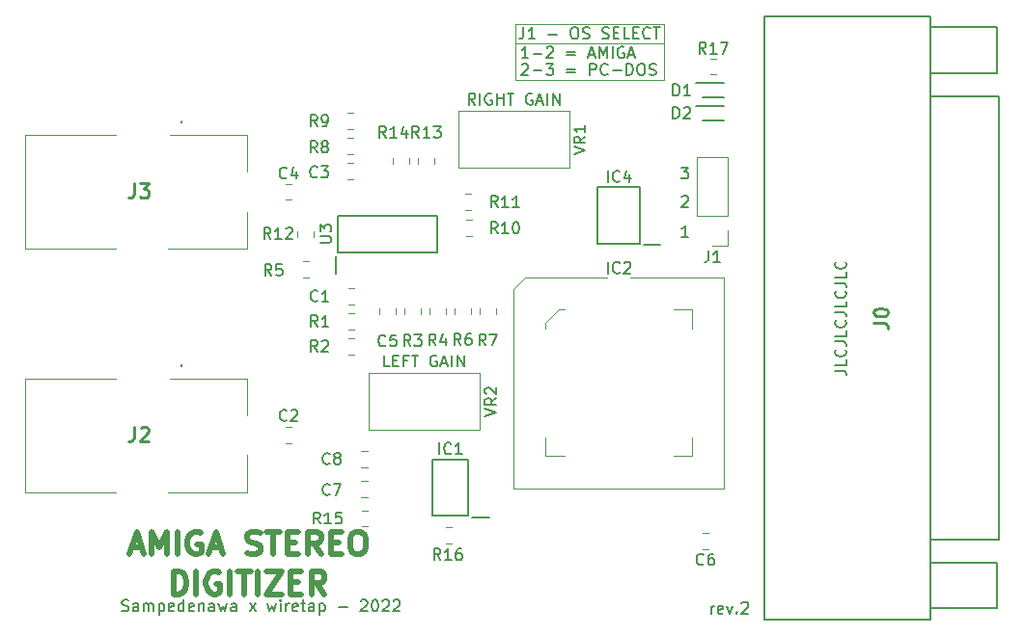
<source format=gbr>
%TF.GenerationSoftware,KiCad,Pcbnew,(5.1.6)-1*%
%TF.CreationDate,2023-01-27T10:42:32-05:00*%
%TF.ProjectId,Amiga-Stereo-Digitizer,416d6967-612d-4537-9465-72656f2d4469,rev?*%
%TF.SameCoordinates,Original*%
%TF.FileFunction,Legend,Top*%
%TF.FilePolarity,Positive*%
%FSLAX46Y46*%
G04 Gerber Fmt 4.6, Leading zero omitted, Abs format (unit mm)*
G04 Created by KiCad (PCBNEW (5.1.6)-1) date 2023-01-27 10:42:32*
%MOMM*%
%LPD*%
G01*
G04 APERTURE LIST*
%ADD10C,0.150000*%
%ADD11C,0.500000*%
%ADD12C,0.120000*%
%ADD13C,0.200000*%
%ADD14C,0.100000*%
%ADD15C,0.254000*%
G04 APERTURE END LIST*
D10*
X199052380Y-95819047D02*
X199766666Y-95819047D01*
X199909523Y-95866666D01*
X200004761Y-95961904D01*
X200052380Y-96104761D01*
X200052380Y-96200000D01*
X200052380Y-94866666D02*
X200052380Y-95342857D01*
X199052380Y-95342857D01*
X199957142Y-93961904D02*
X200004761Y-94009523D01*
X200052380Y-94152380D01*
X200052380Y-94247619D01*
X200004761Y-94390476D01*
X199909523Y-94485714D01*
X199814285Y-94533333D01*
X199623809Y-94580952D01*
X199480952Y-94580952D01*
X199290476Y-94533333D01*
X199195238Y-94485714D01*
X199100000Y-94390476D01*
X199052380Y-94247619D01*
X199052380Y-94152380D01*
X199100000Y-94009523D01*
X199147619Y-93961904D01*
X199052380Y-93247619D02*
X199766666Y-93247619D01*
X199909523Y-93295238D01*
X200004761Y-93390476D01*
X200052380Y-93533333D01*
X200052380Y-93628571D01*
X200052380Y-92295238D02*
X200052380Y-92771428D01*
X199052380Y-92771428D01*
X199957142Y-91390476D02*
X200004761Y-91438095D01*
X200052380Y-91580952D01*
X200052380Y-91676190D01*
X200004761Y-91819047D01*
X199909523Y-91914285D01*
X199814285Y-91961904D01*
X199623809Y-92009523D01*
X199480952Y-92009523D01*
X199290476Y-91961904D01*
X199195238Y-91914285D01*
X199100000Y-91819047D01*
X199052380Y-91676190D01*
X199052380Y-91580952D01*
X199100000Y-91438095D01*
X199147619Y-91390476D01*
X199052380Y-90676190D02*
X199766666Y-90676190D01*
X199909523Y-90723809D01*
X200004761Y-90819047D01*
X200052380Y-90961904D01*
X200052380Y-91057142D01*
X200052380Y-89723809D02*
X200052380Y-90200000D01*
X199052380Y-90200000D01*
X199957142Y-88819047D02*
X200004761Y-88866666D01*
X200052380Y-89009523D01*
X200052380Y-89104761D01*
X200004761Y-89247619D01*
X199909523Y-89342857D01*
X199814285Y-89390476D01*
X199623809Y-89438095D01*
X199480952Y-89438095D01*
X199290476Y-89390476D01*
X199195238Y-89342857D01*
X199100000Y-89247619D01*
X199052380Y-89104761D01*
X199052380Y-89009523D01*
X199100000Y-88866666D01*
X199147619Y-88819047D01*
X199052380Y-88104761D02*
X199766666Y-88104761D01*
X199909523Y-88152380D01*
X200004761Y-88247619D01*
X200052380Y-88390476D01*
X200052380Y-88485714D01*
X200052380Y-87152380D02*
X200052380Y-87628571D01*
X199052380Y-87628571D01*
X199957142Y-86247619D02*
X200004761Y-86295238D01*
X200052380Y-86438095D01*
X200052380Y-86533333D01*
X200004761Y-86676190D01*
X199909523Y-86771428D01*
X199814285Y-86819047D01*
X199623809Y-86866666D01*
X199480952Y-86866666D01*
X199290476Y-86819047D01*
X199195238Y-86771428D01*
X199100000Y-86676190D01*
X199052380Y-86533333D01*
X199052380Y-86438095D01*
X199100000Y-86295238D01*
X199147619Y-86247619D01*
X188204761Y-117152380D02*
X188204761Y-116485714D01*
X188204761Y-116676190D02*
X188252380Y-116580952D01*
X188300000Y-116533333D01*
X188395238Y-116485714D01*
X188490476Y-116485714D01*
X189204761Y-117104761D02*
X189109523Y-117152380D01*
X188919047Y-117152380D01*
X188823809Y-117104761D01*
X188776190Y-117009523D01*
X188776190Y-116628571D01*
X188823809Y-116533333D01*
X188919047Y-116485714D01*
X189109523Y-116485714D01*
X189204761Y-116533333D01*
X189252380Y-116628571D01*
X189252380Y-116723809D01*
X188776190Y-116819047D01*
X189585714Y-116485714D02*
X189823809Y-117152380D01*
X190061904Y-116485714D01*
X190442857Y-117057142D02*
X190490476Y-117104761D01*
X190442857Y-117152380D01*
X190395238Y-117104761D01*
X190442857Y-117057142D01*
X190442857Y-117152380D01*
X190871428Y-116247619D02*
X190919047Y-116200000D01*
X191014285Y-116152380D01*
X191252380Y-116152380D01*
X191347619Y-116200000D01*
X191395238Y-116247619D01*
X191442857Y-116342857D01*
X191442857Y-116438095D01*
X191395238Y-116580952D01*
X190823809Y-117152380D01*
X191442857Y-117152380D01*
X136509523Y-116904761D02*
X136652380Y-116952380D01*
X136890476Y-116952380D01*
X136985714Y-116904761D01*
X137033333Y-116857142D01*
X137080952Y-116761904D01*
X137080952Y-116666666D01*
X137033333Y-116571428D01*
X136985714Y-116523809D01*
X136890476Y-116476190D01*
X136700000Y-116428571D01*
X136604761Y-116380952D01*
X136557142Y-116333333D01*
X136509523Y-116238095D01*
X136509523Y-116142857D01*
X136557142Y-116047619D01*
X136604761Y-116000000D01*
X136700000Y-115952380D01*
X136938095Y-115952380D01*
X137080952Y-116000000D01*
X137938095Y-116952380D02*
X137938095Y-116428571D01*
X137890476Y-116333333D01*
X137795238Y-116285714D01*
X137604761Y-116285714D01*
X137509523Y-116333333D01*
X137938095Y-116904761D02*
X137842857Y-116952380D01*
X137604761Y-116952380D01*
X137509523Y-116904761D01*
X137461904Y-116809523D01*
X137461904Y-116714285D01*
X137509523Y-116619047D01*
X137604761Y-116571428D01*
X137842857Y-116571428D01*
X137938095Y-116523809D01*
X138414285Y-116952380D02*
X138414285Y-116285714D01*
X138414285Y-116380952D02*
X138461904Y-116333333D01*
X138557142Y-116285714D01*
X138700000Y-116285714D01*
X138795238Y-116333333D01*
X138842857Y-116428571D01*
X138842857Y-116952380D01*
X138842857Y-116428571D02*
X138890476Y-116333333D01*
X138985714Y-116285714D01*
X139128571Y-116285714D01*
X139223809Y-116333333D01*
X139271428Y-116428571D01*
X139271428Y-116952380D01*
X139747619Y-116285714D02*
X139747619Y-117285714D01*
X139747619Y-116333333D02*
X139842857Y-116285714D01*
X140033333Y-116285714D01*
X140128571Y-116333333D01*
X140176190Y-116380952D01*
X140223809Y-116476190D01*
X140223809Y-116761904D01*
X140176190Y-116857142D01*
X140128571Y-116904761D01*
X140033333Y-116952380D01*
X139842857Y-116952380D01*
X139747619Y-116904761D01*
X141033333Y-116904761D02*
X140938095Y-116952380D01*
X140747619Y-116952380D01*
X140652380Y-116904761D01*
X140604761Y-116809523D01*
X140604761Y-116428571D01*
X140652380Y-116333333D01*
X140747619Y-116285714D01*
X140938095Y-116285714D01*
X141033333Y-116333333D01*
X141080952Y-116428571D01*
X141080952Y-116523809D01*
X140604761Y-116619047D01*
X141938095Y-116952380D02*
X141938095Y-115952380D01*
X141938095Y-116904761D02*
X141842857Y-116952380D01*
X141652380Y-116952380D01*
X141557142Y-116904761D01*
X141509523Y-116857142D01*
X141461904Y-116761904D01*
X141461904Y-116476190D01*
X141509523Y-116380952D01*
X141557142Y-116333333D01*
X141652380Y-116285714D01*
X141842857Y-116285714D01*
X141938095Y-116333333D01*
X142795238Y-116904761D02*
X142700000Y-116952380D01*
X142509523Y-116952380D01*
X142414285Y-116904761D01*
X142366666Y-116809523D01*
X142366666Y-116428571D01*
X142414285Y-116333333D01*
X142509523Y-116285714D01*
X142700000Y-116285714D01*
X142795238Y-116333333D01*
X142842857Y-116428571D01*
X142842857Y-116523809D01*
X142366666Y-116619047D01*
X143271428Y-116285714D02*
X143271428Y-116952380D01*
X143271428Y-116380952D02*
X143319047Y-116333333D01*
X143414285Y-116285714D01*
X143557142Y-116285714D01*
X143652380Y-116333333D01*
X143700000Y-116428571D01*
X143700000Y-116952380D01*
X144604761Y-116952380D02*
X144604761Y-116428571D01*
X144557142Y-116333333D01*
X144461904Y-116285714D01*
X144271428Y-116285714D01*
X144176190Y-116333333D01*
X144604761Y-116904761D02*
X144509523Y-116952380D01*
X144271428Y-116952380D01*
X144176190Y-116904761D01*
X144128571Y-116809523D01*
X144128571Y-116714285D01*
X144176190Y-116619047D01*
X144271428Y-116571428D01*
X144509523Y-116571428D01*
X144604761Y-116523809D01*
X144985714Y-116285714D02*
X145176190Y-116952380D01*
X145366666Y-116476190D01*
X145557142Y-116952380D01*
X145747619Y-116285714D01*
X146557142Y-116952380D02*
X146557142Y-116428571D01*
X146509523Y-116333333D01*
X146414285Y-116285714D01*
X146223809Y-116285714D01*
X146128571Y-116333333D01*
X146557142Y-116904761D02*
X146461904Y-116952380D01*
X146223809Y-116952380D01*
X146128571Y-116904761D01*
X146080952Y-116809523D01*
X146080952Y-116714285D01*
X146128571Y-116619047D01*
X146223809Y-116571428D01*
X146461904Y-116571428D01*
X146557142Y-116523809D01*
X147700000Y-116952380D02*
X148223809Y-116285714D01*
X147700000Y-116285714D02*
X148223809Y-116952380D01*
X149271428Y-116285714D02*
X149461904Y-116952380D01*
X149652380Y-116476190D01*
X149842857Y-116952380D01*
X150033333Y-116285714D01*
X150414285Y-116952380D02*
X150414285Y-116285714D01*
X150414285Y-115952380D02*
X150366666Y-116000000D01*
X150414285Y-116047619D01*
X150461904Y-116000000D01*
X150414285Y-115952380D01*
X150414285Y-116047619D01*
X150890476Y-116952380D02*
X150890476Y-116285714D01*
X150890476Y-116476190D02*
X150938095Y-116380952D01*
X150985714Y-116333333D01*
X151080952Y-116285714D01*
X151176190Y-116285714D01*
X151890476Y-116904761D02*
X151795238Y-116952380D01*
X151604761Y-116952380D01*
X151509523Y-116904761D01*
X151461904Y-116809523D01*
X151461904Y-116428571D01*
X151509523Y-116333333D01*
X151604761Y-116285714D01*
X151795238Y-116285714D01*
X151890476Y-116333333D01*
X151938095Y-116428571D01*
X151938095Y-116523809D01*
X151461904Y-116619047D01*
X152223809Y-116285714D02*
X152604761Y-116285714D01*
X152366666Y-115952380D02*
X152366666Y-116809523D01*
X152414285Y-116904761D01*
X152509523Y-116952380D01*
X152604761Y-116952380D01*
X153366666Y-116952380D02*
X153366666Y-116428571D01*
X153319047Y-116333333D01*
X153223809Y-116285714D01*
X153033333Y-116285714D01*
X152938095Y-116333333D01*
X153366666Y-116904761D02*
X153271428Y-116952380D01*
X153033333Y-116952380D01*
X152938095Y-116904761D01*
X152890476Y-116809523D01*
X152890476Y-116714285D01*
X152938095Y-116619047D01*
X153033333Y-116571428D01*
X153271428Y-116571428D01*
X153366666Y-116523809D01*
X153842857Y-116285714D02*
X153842857Y-117285714D01*
X153842857Y-116333333D02*
X153938095Y-116285714D01*
X154128571Y-116285714D01*
X154223809Y-116333333D01*
X154271428Y-116380952D01*
X154319047Y-116476190D01*
X154319047Y-116761904D01*
X154271428Y-116857142D01*
X154223809Y-116904761D01*
X154128571Y-116952380D01*
X153938095Y-116952380D01*
X153842857Y-116904761D01*
X155509523Y-116571428D02*
X156271428Y-116571428D01*
X157461904Y-116047619D02*
X157509523Y-116000000D01*
X157604761Y-115952380D01*
X157842857Y-115952380D01*
X157938095Y-116000000D01*
X157985714Y-116047619D01*
X158033333Y-116142857D01*
X158033333Y-116238095D01*
X157985714Y-116380952D01*
X157414285Y-116952380D01*
X158033333Y-116952380D01*
X158652380Y-115952380D02*
X158747619Y-115952380D01*
X158842857Y-116000000D01*
X158890476Y-116047619D01*
X158938095Y-116142857D01*
X158985714Y-116333333D01*
X158985714Y-116571428D01*
X158938095Y-116761904D01*
X158890476Y-116857142D01*
X158842857Y-116904761D01*
X158747619Y-116952380D01*
X158652380Y-116952380D01*
X158557142Y-116904761D01*
X158509523Y-116857142D01*
X158461904Y-116761904D01*
X158414285Y-116571428D01*
X158414285Y-116333333D01*
X158461904Y-116142857D01*
X158509523Y-116047619D01*
X158557142Y-116000000D01*
X158652380Y-115952380D01*
X159366666Y-116047619D02*
X159414285Y-116000000D01*
X159509523Y-115952380D01*
X159747619Y-115952380D01*
X159842857Y-116000000D01*
X159890476Y-116047619D01*
X159938095Y-116142857D01*
X159938095Y-116238095D01*
X159890476Y-116380952D01*
X159319047Y-116952380D01*
X159938095Y-116952380D01*
X160319047Y-116047619D02*
X160366666Y-116000000D01*
X160461904Y-115952380D01*
X160699999Y-115952380D01*
X160795238Y-116000000D01*
X160842857Y-116047619D01*
X160890476Y-116142857D01*
X160890476Y-116238095D01*
X160842857Y-116380952D01*
X160271428Y-116952380D01*
X160890476Y-116952380D01*
D11*
X137314285Y-111383333D02*
X138266666Y-111383333D01*
X137123809Y-111954761D02*
X137790476Y-109954761D01*
X138457142Y-111954761D01*
X139123809Y-111954761D02*
X139123809Y-109954761D01*
X139790476Y-111383333D01*
X140457142Y-109954761D01*
X140457142Y-111954761D01*
X141409523Y-111954761D02*
X141409523Y-109954761D01*
X143409523Y-110050000D02*
X143219047Y-109954761D01*
X142933333Y-109954761D01*
X142647619Y-110050000D01*
X142457142Y-110240476D01*
X142361904Y-110430952D01*
X142266666Y-110811904D01*
X142266666Y-111097619D01*
X142361904Y-111478571D01*
X142457142Y-111669047D01*
X142647619Y-111859523D01*
X142933333Y-111954761D01*
X143123809Y-111954761D01*
X143409523Y-111859523D01*
X143504761Y-111764285D01*
X143504761Y-111097619D01*
X143123809Y-111097619D01*
X144266666Y-111383333D02*
X145219047Y-111383333D01*
X144076190Y-111954761D02*
X144742857Y-109954761D01*
X145409523Y-111954761D01*
X147504761Y-111859523D02*
X147790476Y-111954761D01*
X148266666Y-111954761D01*
X148457142Y-111859523D01*
X148552380Y-111764285D01*
X148647619Y-111573809D01*
X148647619Y-111383333D01*
X148552380Y-111192857D01*
X148457142Y-111097619D01*
X148266666Y-111002380D01*
X147885714Y-110907142D01*
X147695238Y-110811904D01*
X147600000Y-110716666D01*
X147504761Y-110526190D01*
X147504761Y-110335714D01*
X147600000Y-110145238D01*
X147695238Y-110050000D01*
X147885714Y-109954761D01*
X148361904Y-109954761D01*
X148647619Y-110050000D01*
X149219047Y-109954761D02*
X150361904Y-109954761D01*
X149790476Y-111954761D02*
X149790476Y-109954761D01*
X151028571Y-110907142D02*
X151695238Y-110907142D01*
X151980952Y-111954761D02*
X151028571Y-111954761D01*
X151028571Y-109954761D01*
X151980952Y-109954761D01*
X153980952Y-111954761D02*
X153314285Y-111002380D01*
X152838095Y-111954761D02*
X152838095Y-109954761D01*
X153600000Y-109954761D01*
X153790476Y-110050000D01*
X153885714Y-110145238D01*
X153980952Y-110335714D01*
X153980952Y-110621428D01*
X153885714Y-110811904D01*
X153790476Y-110907142D01*
X153600000Y-111002380D01*
X152838095Y-111002380D01*
X154838095Y-110907142D02*
X155504761Y-110907142D01*
X155790476Y-111954761D02*
X154838095Y-111954761D01*
X154838095Y-109954761D01*
X155790476Y-109954761D01*
X157028571Y-109954761D02*
X157409523Y-109954761D01*
X157600000Y-110050000D01*
X157790476Y-110240476D01*
X157885714Y-110621428D01*
X157885714Y-111288095D01*
X157790476Y-111669047D01*
X157600000Y-111859523D01*
X157409523Y-111954761D01*
X157028571Y-111954761D01*
X156838095Y-111859523D01*
X156647619Y-111669047D01*
X156552380Y-111288095D01*
X156552380Y-110621428D01*
X156647619Y-110240476D01*
X156838095Y-110050000D01*
X157028571Y-109954761D01*
X141028571Y-115454761D02*
X141028571Y-113454761D01*
X141504761Y-113454761D01*
X141790476Y-113550000D01*
X141980952Y-113740476D01*
X142076190Y-113930952D01*
X142171428Y-114311904D01*
X142171428Y-114597619D01*
X142076190Y-114978571D01*
X141980952Y-115169047D01*
X141790476Y-115359523D01*
X141504761Y-115454761D01*
X141028571Y-115454761D01*
X143028571Y-115454761D02*
X143028571Y-113454761D01*
X145028571Y-113550000D02*
X144838095Y-113454761D01*
X144552380Y-113454761D01*
X144266666Y-113550000D01*
X144076190Y-113740476D01*
X143980952Y-113930952D01*
X143885714Y-114311904D01*
X143885714Y-114597619D01*
X143980952Y-114978571D01*
X144076190Y-115169047D01*
X144266666Y-115359523D01*
X144552380Y-115454761D01*
X144742857Y-115454761D01*
X145028571Y-115359523D01*
X145123809Y-115264285D01*
X145123809Y-114597619D01*
X144742857Y-114597619D01*
X145980952Y-115454761D02*
X145980952Y-113454761D01*
X146647619Y-113454761D02*
X147790476Y-113454761D01*
X147219047Y-115454761D02*
X147219047Y-113454761D01*
X148457142Y-115454761D02*
X148457142Y-113454761D01*
X149219047Y-113454761D02*
X150552380Y-113454761D01*
X149219047Y-115454761D01*
X150552380Y-115454761D01*
X151314285Y-114407142D02*
X151980952Y-114407142D01*
X152266666Y-115454761D02*
X151314285Y-115454761D01*
X151314285Y-113454761D01*
X152266666Y-113454761D01*
X154266666Y-115454761D02*
X153600000Y-114502380D01*
X153123809Y-115454761D02*
X153123809Y-113454761D01*
X153885714Y-113454761D01*
X154076190Y-113550000D01*
X154171428Y-113645238D01*
X154266666Y-113835714D01*
X154266666Y-114121428D01*
X154171428Y-114311904D01*
X154076190Y-114407142D01*
X153885714Y-114502380D01*
X153123809Y-114502380D01*
D10*
X167495238Y-72452380D02*
X167161904Y-71976190D01*
X166923809Y-72452380D02*
X166923809Y-71452380D01*
X167304761Y-71452380D01*
X167400000Y-71500000D01*
X167447619Y-71547619D01*
X167495238Y-71642857D01*
X167495238Y-71785714D01*
X167447619Y-71880952D01*
X167400000Y-71928571D01*
X167304761Y-71976190D01*
X166923809Y-71976190D01*
X167923809Y-72452380D02*
X167923809Y-71452380D01*
X168923809Y-71500000D02*
X168828571Y-71452380D01*
X168685714Y-71452380D01*
X168542857Y-71500000D01*
X168447619Y-71595238D01*
X168400000Y-71690476D01*
X168352380Y-71880952D01*
X168352380Y-72023809D01*
X168400000Y-72214285D01*
X168447619Y-72309523D01*
X168542857Y-72404761D01*
X168685714Y-72452380D01*
X168780952Y-72452380D01*
X168923809Y-72404761D01*
X168971428Y-72357142D01*
X168971428Y-72023809D01*
X168780952Y-72023809D01*
X169400000Y-72452380D02*
X169400000Y-71452380D01*
X169400000Y-71928571D02*
X169971428Y-71928571D01*
X169971428Y-72452380D02*
X169971428Y-71452380D01*
X170304761Y-71452380D02*
X170876190Y-71452380D01*
X170590476Y-72452380D02*
X170590476Y-71452380D01*
X172495238Y-71500000D02*
X172400000Y-71452380D01*
X172257142Y-71452380D01*
X172114285Y-71500000D01*
X172019047Y-71595238D01*
X171971428Y-71690476D01*
X171923809Y-71880952D01*
X171923809Y-72023809D01*
X171971428Y-72214285D01*
X172019047Y-72309523D01*
X172114285Y-72404761D01*
X172257142Y-72452380D01*
X172352380Y-72452380D01*
X172495238Y-72404761D01*
X172542857Y-72357142D01*
X172542857Y-72023809D01*
X172352380Y-72023809D01*
X172923809Y-72166666D02*
X173400000Y-72166666D01*
X172828571Y-72452380D02*
X173161904Y-71452380D01*
X173495238Y-72452380D01*
X173828571Y-72452380D02*
X173828571Y-71452380D01*
X174304761Y-72452380D02*
X174304761Y-71452380D01*
X174876190Y-72452380D01*
X174876190Y-71452380D01*
X159976190Y-95452380D02*
X159500000Y-95452380D01*
X159500000Y-94452380D01*
X160309523Y-94928571D02*
X160642857Y-94928571D01*
X160785714Y-95452380D02*
X160309523Y-95452380D01*
X160309523Y-94452380D01*
X160785714Y-94452380D01*
X161547619Y-94928571D02*
X161214285Y-94928571D01*
X161214285Y-95452380D02*
X161214285Y-94452380D01*
X161690476Y-94452380D01*
X161928571Y-94452380D02*
X162500000Y-94452380D01*
X162214285Y-95452380D02*
X162214285Y-94452380D01*
X164119047Y-94500000D02*
X164023809Y-94452380D01*
X163880952Y-94452380D01*
X163738095Y-94500000D01*
X163642857Y-94595238D01*
X163595238Y-94690476D01*
X163547619Y-94880952D01*
X163547619Y-95023809D01*
X163595238Y-95214285D01*
X163642857Y-95309523D01*
X163738095Y-95404761D01*
X163880952Y-95452380D01*
X163976190Y-95452380D01*
X164119047Y-95404761D01*
X164166666Y-95357142D01*
X164166666Y-95023809D01*
X163976190Y-95023809D01*
X164547619Y-95166666D02*
X165023809Y-95166666D01*
X164452380Y-95452380D02*
X164785714Y-94452380D01*
X165119047Y-95452380D01*
X165452380Y-95452380D02*
X165452380Y-94452380D01*
X165928571Y-95452380D02*
X165928571Y-94452380D01*
X166500000Y-95452380D01*
X166500000Y-94452380D01*
D12*
X184100000Y-65400000D02*
X184100000Y-67100000D01*
X171000000Y-65400000D02*
X184100000Y-65400000D01*
X171000000Y-70300000D02*
X171000000Y-65400000D01*
X184100000Y-70300000D02*
X171000000Y-70300000D01*
X184100000Y-67100000D02*
X184100000Y-70300000D01*
X171000000Y-67100000D02*
X184100000Y-67100000D01*
D10*
X171587976Y-68947619D02*
X171635595Y-68900000D01*
X171730833Y-68852380D01*
X171968928Y-68852380D01*
X172064166Y-68900000D01*
X172111785Y-68947619D01*
X172159404Y-69042857D01*
X172159404Y-69138095D01*
X172111785Y-69280952D01*
X171540357Y-69852380D01*
X172159404Y-69852380D01*
X172587976Y-69471428D02*
X173349880Y-69471428D01*
X173730833Y-68852380D02*
X174349880Y-68852380D01*
X174016547Y-69233333D01*
X174159404Y-69233333D01*
X174254642Y-69280952D01*
X174302261Y-69328571D01*
X174349880Y-69423809D01*
X174349880Y-69661904D01*
X174302261Y-69757142D01*
X174254642Y-69804761D01*
X174159404Y-69852380D01*
X173873690Y-69852380D01*
X173778452Y-69804761D01*
X173730833Y-69757142D01*
X175540357Y-69328571D02*
X176302261Y-69328571D01*
X176302261Y-69614285D02*
X175540357Y-69614285D01*
X177540357Y-69852380D02*
X177540357Y-68852380D01*
X177921309Y-68852380D01*
X178016547Y-68900000D01*
X178064166Y-68947619D01*
X178111785Y-69042857D01*
X178111785Y-69185714D01*
X178064166Y-69280952D01*
X178016547Y-69328571D01*
X177921309Y-69376190D01*
X177540357Y-69376190D01*
X179111785Y-69757142D02*
X179064166Y-69804761D01*
X178921309Y-69852380D01*
X178826071Y-69852380D01*
X178683214Y-69804761D01*
X178587976Y-69709523D01*
X178540357Y-69614285D01*
X178492738Y-69423809D01*
X178492738Y-69280952D01*
X178540357Y-69090476D01*
X178587976Y-68995238D01*
X178683214Y-68900000D01*
X178826071Y-68852380D01*
X178921309Y-68852380D01*
X179064166Y-68900000D01*
X179111785Y-68947619D01*
X179540357Y-69471428D02*
X180302261Y-69471428D01*
X180778452Y-69852380D02*
X180778452Y-68852380D01*
X181016547Y-68852380D01*
X181159404Y-68900000D01*
X181254642Y-68995238D01*
X181302261Y-69090476D01*
X181349880Y-69280952D01*
X181349880Y-69423809D01*
X181302261Y-69614285D01*
X181254642Y-69709523D01*
X181159404Y-69804761D01*
X181016547Y-69852380D01*
X180778452Y-69852380D01*
X181968928Y-68852380D02*
X182159404Y-68852380D01*
X182254642Y-68900000D01*
X182349880Y-68995238D01*
X182397500Y-69185714D01*
X182397500Y-69519047D01*
X182349880Y-69709523D01*
X182254642Y-69804761D01*
X182159404Y-69852380D01*
X181968928Y-69852380D01*
X181873690Y-69804761D01*
X181778452Y-69709523D01*
X181730833Y-69519047D01*
X181730833Y-69185714D01*
X181778452Y-68995238D01*
X181873690Y-68900000D01*
X181968928Y-68852380D01*
X182778452Y-69804761D02*
X182921309Y-69852380D01*
X183159404Y-69852380D01*
X183254642Y-69804761D01*
X183302261Y-69757142D01*
X183349880Y-69661904D01*
X183349880Y-69566666D01*
X183302261Y-69471428D01*
X183254642Y-69423809D01*
X183159404Y-69376190D01*
X182968928Y-69328571D01*
X182873690Y-69280952D01*
X182826071Y-69233333D01*
X182778452Y-69138095D01*
X182778452Y-69042857D01*
X182826071Y-68947619D01*
X182873690Y-68900000D01*
X182968928Y-68852380D01*
X183207023Y-68852380D01*
X183349880Y-68900000D01*
X172159404Y-68352380D02*
X171587976Y-68352380D01*
X171873690Y-68352380D02*
X171873690Y-67352380D01*
X171778452Y-67495238D01*
X171683214Y-67590476D01*
X171587976Y-67638095D01*
X172587976Y-67971428D02*
X173349880Y-67971428D01*
X173778452Y-67447619D02*
X173826071Y-67400000D01*
X173921309Y-67352380D01*
X174159404Y-67352380D01*
X174254642Y-67400000D01*
X174302261Y-67447619D01*
X174349880Y-67542857D01*
X174349880Y-67638095D01*
X174302261Y-67780952D01*
X173730833Y-68352380D01*
X174349880Y-68352380D01*
X175540357Y-67828571D02*
X176302261Y-67828571D01*
X176302261Y-68114285D02*
X175540357Y-68114285D01*
X177492738Y-68066666D02*
X177968928Y-68066666D01*
X177397500Y-68352380D02*
X177730833Y-67352380D01*
X178064166Y-68352380D01*
X178397500Y-68352380D02*
X178397500Y-67352380D01*
X178730833Y-68066666D01*
X179064166Y-67352380D01*
X179064166Y-68352380D01*
X179540357Y-68352380D02*
X179540357Y-67352380D01*
X180540357Y-67400000D02*
X180445119Y-67352380D01*
X180302261Y-67352380D01*
X180159404Y-67400000D01*
X180064166Y-67495238D01*
X180016547Y-67590476D01*
X179968928Y-67780952D01*
X179968928Y-67923809D01*
X180016547Y-68114285D01*
X180064166Y-68209523D01*
X180159404Y-68304761D01*
X180302261Y-68352380D01*
X180397500Y-68352380D01*
X180540357Y-68304761D01*
X180587976Y-68257142D01*
X180587976Y-67923809D01*
X180397500Y-67923809D01*
X180968928Y-68066666D02*
X181445119Y-68066666D01*
X180873690Y-68352380D02*
X181207023Y-67352380D01*
X181540357Y-68352380D01*
X171738095Y-65652380D02*
X171738095Y-66366666D01*
X171690476Y-66509523D01*
X171595238Y-66604761D01*
X171452380Y-66652380D01*
X171357142Y-66652380D01*
X172738095Y-66652380D02*
X172166666Y-66652380D01*
X172452380Y-66652380D02*
X172452380Y-65652380D01*
X172357142Y-65795238D01*
X172261904Y-65890476D01*
X172166666Y-65938095D01*
X173928571Y-66271428D02*
X174690476Y-66271428D01*
X176119047Y-65652380D02*
X176309523Y-65652380D01*
X176404761Y-65700000D01*
X176500000Y-65795238D01*
X176547619Y-65985714D01*
X176547619Y-66319047D01*
X176500000Y-66509523D01*
X176404761Y-66604761D01*
X176309523Y-66652380D01*
X176119047Y-66652380D01*
X176023809Y-66604761D01*
X175928571Y-66509523D01*
X175880952Y-66319047D01*
X175880952Y-65985714D01*
X175928571Y-65795238D01*
X176023809Y-65700000D01*
X176119047Y-65652380D01*
X176928571Y-66604761D02*
X177071428Y-66652380D01*
X177309523Y-66652380D01*
X177404761Y-66604761D01*
X177452380Y-66557142D01*
X177500000Y-66461904D01*
X177500000Y-66366666D01*
X177452380Y-66271428D01*
X177404761Y-66223809D01*
X177309523Y-66176190D01*
X177119047Y-66128571D01*
X177023809Y-66080952D01*
X176976190Y-66033333D01*
X176928571Y-65938095D01*
X176928571Y-65842857D01*
X176976190Y-65747619D01*
X177023809Y-65700000D01*
X177119047Y-65652380D01*
X177357142Y-65652380D01*
X177500000Y-65700000D01*
X178642857Y-66604761D02*
X178785714Y-66652380D01*
X179023809Y-66652380D01*
X179119047Y-66604761D01*
X179166666Y-66557142D01*
X179214285Y-66461904D01*
X179214285Y-66366666D01*
X179166666Y-66271428D01*
X179119047Y-66223809D01*
X179023809Y-66176190D01*
X178833333Y-66128571D01*
X178738095Y-66080952D01*
X178690476Y-66033333D01*
X178642857Y-65938095D01*
X178642857Y-65842857D01*
X178690476Y-65747619D01*
X178738095Y-65700000D01*
X178833333Y-65652380D01*
X179071428Y-65652380D01*
X179214285Y-65700000D01*
X179642857Y-66128571D02*
X179976190Y-66128571D01*
X180119047Y-66652380D02*
X179642857Y-66652380D01*
X179642857Y-65652380D01*
X180119047Y-65652380D01*
X181023809Y-66652380D02*
X180547619Y-66652380D01*
X180547619Y-65652380D01*
X181357142Y-66128571D02*
X181690476Y-66128571D01*
X181833333Y-66652380D02*
X181357142Y-66652380D01*
X181357142Y-65652380D01*
X181833333Y-65652380D01*
X182833333Y-66557142D02*
X182785714Y-66604761D01*
X182642857Y-66652380D01*
X182547619Y-66652380D01*
X182404761Y-66604761D01*
X182309523Y-66509523D01*
X182261904Y-66414285D01*
X182214285Y-66223809D01*
X182214285Y-66080952D01*
X182261904Y-65890476D01*
X182309523Y-65795238D01*
X182404761Y-65700000D01*
X182547619Y-65652380D01*
X182642857Y-65652380D01*
X182785714Y-65700000D01*
X182833333Y-65747619D01*
X183119047Y-65652380D02*
X183690476Y-65652380D01*
X183404761Y-66652380D02*
X183404761Y-65652380D01*
X185566666Y-77952380D02*
X186185714Y-77952380D01*
X185852380Y-78333333D01*
X185995238Y-78333333D01*
X186090476Y-78380952D01*
X186138095Y-78428571D01*
X186185714Y-78523809D01*
X186185714Y-78761904D01*
X186138095Y-78857142D01*
X186090476Y-78904761D01*
X185995238Y-78952380D01*
X185709523Y-78952380D01*
X185614285Y-78904761D01*
X185566666Y-78857142D01*
X185614285Y-80547619D02*
X185661904Y-80500000D01*
X185757142Y-80452380D01*
X185995238Y-80452380D01*
X186090476Y-80500000D01*
X186138095Y-80547619D01*
X186185714Y-80642857D01*
X186185714Y-80738095D01*
X186138095Y-80880952D01*
X185566666Y-81452380D01*
X186185714Y-81452380D01*
X186185714Y-84052380D02*
X185614285Y-84052380D01*
X185900000Y-84052380D02*
X185900000Y-83052380D01*
X185804761Y-83195238D01*
X185709523Y-83290476D01*
X185614285Y-83338095D01*
D12*
%TO.C,C1*%
X156363748Y-88590000D02*
X156886252Y-88590000D01*
X156363748Y-90010000D02*
X156886252Y-90010000D01*
%TO.C,C2*%
X151386252Y-102210000D02*
X150863748Y-102210000D01*
X151386252Y-100790000D02*
X150863748Y-100790000D01*
%TO.C,C3*%
X156313748Y-79010000D02*
X156836252Y-79010000D01*
X156313748Y-77590000D02*
X156836252Y-77590000D01*
%TO.C,C4*%
X151386252Y-79390000D02*
X150863748Y-79390000D01*
X151386252Y-80810000D02*
X150863748Y-80810000D01*
%TO.C,C5*%
X160510000Y-90886252D02*
X160510000Y-90363748D01*
X159090000Y-90886252D02*
X159090000Y-90363748D01*
%TO.C,C7*%
X158036252Y-106910000D02*
X157513748Y-106910000D01*
X158036252Y-105490000D02*
X157513748Y-105490000D01*
%TO.C,C8*%
X158036252Y-102890000D02*
X157513748Y-102890000D01*
X158036252Y-104310000D02*
X157513748Y-104310000D01*
D13*
%TO.C,D1*%
X187475000Y-71825000D02*
X189325000Y-71825000D01*
X186840000Y-70575000D02*
X189325000Y-70575000D01*
%TO.C,D2*%
X186840000Y-72575000D02*
X189325000Y-72575000D01*
X187475000Y-73825000D02*
X189325000Y-73825000D01*
%TO.C,IC1*%
X168775000Y-108680000D02*
X167248000Y-108680000D01*
X166898000Y-103648000D02*
X166898000Y-108552000D01*
X163702000Y-103648000D02*
X166898000Y-103648000D01*
X163702000Y-108552000D02*
X163702000Y-103648000D01*
X166898000Y-108552000D02*
X163702000Y-108552000D01*
%TO.C,IC4*%
X183750000Y-84725000D02*
X182300000Y-84725000D01*
X181950000Y-79700000D02*
X181950000Y-84700000D01*
X178250000Y-79700000D02*
X181950000Y-79700000D01*
X178250000Y-84700000D02*
X178250000Y-79700000D01*
X181950000Y-84700000D02*
X178250000Y-84700000D01*
%TO.C,J0*%
X192840000Y-117700000D02*
X192840000Y-64660000D01*
X192840000Y-64660000D02*
X207440000Y-64660000D01*
X207440000Y-64660000D02*
X207440000Y-117700000D01*
X207440000Y-117700000D02*
X192840000Y-117700000D01*
X207440000Y-116700000D02*
X207440000Y-112700000D01*
X207440000Y-112700000D02*
X213240000Y-112700000D01*
X213240000Y-112700000D02*
X213240000Y-116700000D01*
X213240000Y-116700000D02*
X207440000Y-116700000D01*
X207440000Y-69660000D02*
X207440000Y-65660000D01*
X207440000Y-65660000D02*
X213240000Y-65660000D01*
X213240000Y-65660000D02*
X213240000Y-69660000D01*
X213240000Y-69660000D02*
X207440000Y-69660000D01*
X207440000Y-110660000D02*
X207440000Y-71700000D01*
X207440000Y-71700000D02*
X213440000Y-71700000D01*
X213440000Y-71700000D02*
X213440000Y-110660000D01*
X213440000Y-110660000D02*
X207440000Y-110660000D01*
D12*
%TO.C,J1*%
X189630000Y-84830000D02*
X188300000Y-84830000D01*
X189630000Y-83500000D02*
X189630000Y-84830000D01*
X189630000Y-82230000D02*
X186970000Y-82230000D01*
X186970000Y-82230000D02*
X186970000Y-77090000D01*
X189630000Y-82230000D02*
X189630000Y-77090000D01*
X189630000Y-77090000D02*
X186970000Y-77090000D01*
D14*
%TO.C,J2*%
X136000000Y-106500000D02*
X128000000Y-106500000D01*
X128000000Y-106500000D02*
X128000000Y-96500000D01*
X128000000Y-96500000D02*
X136000000Y-96500000D01*
X140750000Y-96500000D02*
X147500000Y-96500000D01*
X147500000Y-96500000D02*
X147500000Y-99750000D01*
X147500000Y-103250000D02*
X147500000Y-106500000D01*
X147500000Y-106500000D02*
X140500000Y-106500000D01*
D13*
X141750000Y-95400000D02*
X141750000Y-95400000D01*
X141750000Y-95300000D02*
X141750000Y-95300000D01*
X141750000Y-95400000D02*
X141750000Y-95400000D01*
X141750000Y-95300000D02*
G75*
G02*
X141750000Y-95400000I0J-50000D01*
G01*
X141750000Y-95400000D02*
G75*
G02*
X141750000Y-95300000I0J50000D01*
G01*
X141750000Y-95300000D02*
G75*
G02*
X141750000Y-95400000I0J-50000D01*
G01*
D14*
%TO.C,J3*%
X136000000Y-85100000D02*
X128000000Y-85100000D01*
X128000000Y-85100000D02*
X128000000Y-75100000D01*
X128000000Y-75100000D02*
X136000000Y-75100000D01*
X140750000Y-75100000D02*
X147500000Y-75100000D01*
X147500000Y-75100000D02*
X147500000Y-78350000D01*
X147500000Y-81850000D02*
X147500000Y-85100000D01*
X147500000Y-85100000D02*
X140500000Y-85100000D01*
D13*
X141750000Y-74000000D02*
X141750000Y-74000000D01*
X141750000Y-73900000D02*
X141750000Y-73900000D01*
X141750000Y-74000000D02*
X141750000Y-74000000D01*
X141750000Y-73900000D02*
G75*
G02*
X141750000Y-74000000I0J-50000D01*
G01*
X141750000Y-74000000D02*
G75*
G02*
X141750000Y-73900000I0J50000D01*
G01*
X141750000Y-73900000D02*
G75*
G02*
X141750000Y-74000000I0J-50000D01*
G01*
D12*
%TO.C,R1*%
X156363748Y-90790000D02*
X156886252Y-90790000D01*
X156363748Y-92210000D02*
X156886252Y-92210000D01*
%TO.C,R2*%
X156886252Y-92990000D02*
X156363748Y-92990000D01*
X156886252Y-94410000D02*
X156363748Y-94410000D01*
%TO.C,R3*%
X162710000Y-90886252D02*
X162710000Y-90363748D01*
X161290000Y-90886252D02*
X161290000Y-90363748D01*
%TO.C,R4*%
X164910000Y-90363748D02*
X164910000Y-90886252D01*
X163490000Y-90363748D02*
X163490000Y-90886252D01*
%TO.C,R5*%
X152886252Y-87610000D02*
X152363748Y-87610000D01*
X152886252Y-86190000D02*
X152363748Y-86190000D01*
%TO.C,R6*%
X167110000Y-90886252D02*
X167110000Y-90363748D01*
X165690000Y-90886252D02*
X165690000Y-90363748D01*
%TO.C,R7*%
X169310000Y-90363748D02*
X169310000Y-90886252D01*
X167890000Y-90363748D02*
X167890000Y-90886252D01*
%TO.C,R8*%
X156313748Y-76810000D02*
X156836252Y-76810000D01*
X156313748Y-75390000D02*
X156836252Y-75390000D01*
%TO.C,R9*%
X156836252Y-73190000D02*
X156313748Y-73190000D01*
X156836252Y-74610000D02*
X156313748Y-74610000D01*
%TO.C,R10*%
X167186252Y-84010000D02*
X166663748Y-84010000D01*
X167186252Y-82590000D02*
X166663748Y-82590000D01*
%TO.C,R11*%
X166613748Y-81710000D02*
X167136252Y-81710000D01*
X166613748Y-80290000D02*
X167136252Y-80290000D01*
%TO.C,R12*%
X153310000Y-84061252D02*
X153310000Y-83538748D01*
X151890000Y-84061252D02*
X151890000Y-83538748D01*
%TO.C,R13*%
X162490000Y-77163748D02*
X162490000Y-77686252D01*
X163910000Y-77163748D02*
X163910000Y-77686252D01*
%TO.C,R14*%
X160290000Y-77661252D02*
X160290000Y-77138748D01*
X161710000Y-77661252D02*
X161710000Y-77138748D01*
%TO.C,R15*%
X158086252Y-108090000D02*
X157563748Y-108090000D01*
X158086252Y-109510000D02*
X157563748Y-109510000D01*
%TO.C,R16*%
X164913748Y-109590000D02*
X165436252Y-109590000D01*
X164913748Y-111010000D02*
X165436252Y-111010000D01*
%TO.C,R17*%
X188113748Y-68390000D02*
X188636252Y-68390000D01*
X188113748Y-69810000D02*
X188636252Y-69810000D01*
D13*
%TO.C,U3*%
X155315000Y-87275000D02*
X155315000Y-85750000D01*
X164125000Y-85400000D02*
X155475000Y-85400000D01*
X164125000Y-82200000D02*
X164125000Y-85400000D01*
X155475000Y-82200000D02*
X164125000Y-82200000D01*
X155475000Y-85400000D02*
X155475000Y-82200000D01*
D14*
%TO.C,VR1*%
X175750000Y-73000000D02*
X175750000Y-78000000D01*
X175750000Y-78000000D02*
X166050000Y-78000000D01*
X166050000Y-78000000D02*
X166050000Y-73000000D01*
X166050000Y-73000000D02*
X175750000Y-73000000D01*
%TO.C,VR2*%
X158150000Y-96000000D02*
X167850000Y-96000000D01*
X158150000Y-101000000D02*
X158150000Y-96000000D01*
X167850000Y-101000000D02*
X158150000Y-101000000D01*
X167850000Y-96000000D02*
X167850000Y-101000000D01*
%TO.C,IC2*%
X186535000Y-103335000D02*
X186535000Y-101685000D01*
X184885000Y-103335000D02*
X186535000Y-103335000D01*
X173665000Y-103335000D02*
X173665000Y-101685000D01*
X175315000Y-103335000D02*
X173665000Y-103335000D01*
X186535000Y-90465000D02*
X186535000Y-92115000D01*
X184885000Y-90465000D02*
X186535000Y-90465000D01*
X173665000Y-91615000D02*
X173665000Y-92115000D01*
X174815000Y-90465000D02*
X173665000Y-91615000D01*
X175315000Y-90465000D02*
X174815000Y-90465000D01*
D12*
X189340000Y-87660000D02*
X181100000Y-87660000D01*
X189340000Y-106140000D02*
X189340000Y-87660000D01*
X170860000Y-106140000D02*
X189340000Y-106140000D01*
X170860000Y-88660000D02*
X170860000Y-106140000D01*
X171860000Y-87660000D02*
X170860000Y-88660000D01*
X179100000Y-87660000D02*
X171860000Y-87660000D01*
%TO.C,C6*%
X187958578Y-110090000D02*
X187441422Y-110090000D01*
X187958578Y-111510000D02*
X187441422Y-111510000D01*
%TO.C,C1*%
D10*
X153683333Y-89657142D02*
X153635714Y-89704761D01*
X153492857Y-89752380D01*
X153397619Y-89752380D01*
X153254761Y-89704761D01*
X153159523Y-89609523D01*
X153111904Y-89514285D01*
X153064285Y-89323809D01*
X153064285Y-89180952D01*
X153111904Y-88990476D01*
X153159523Y-88895238D01*
X153254761Y-88800000D01*
X153397619Y-88752380D01*
X153492857Y-88752380D01*
X153635714Y-88800000D01*
X153683333Y-88847619D01*
X154635714Y-89752380D02*
X154064285Y-89752380D01*
X154350000Y-89752380D02*
X154350000Y-88752380D01*
X154254761Y-88895238D01*
X154159523Y-88990476D01*
X154064285Y-89038095D01*
%TO.C,C2*%
X150958333Y-100157142D02*
X150910714Y-100204761D01*
X150767857Y-100252380D01*
X150672619Y-100252380D01*
X150529761Y-100204761D01*
X150434523Y-100109523D01*
X150386904Y-100014285D01*
X150339285Y-99823809D01*
X150339285Y-99680952D01*
X150386904Y-99490476D01*
X150434523Y-99395238D01*
X150529761Y-99300000D01*
X150672619Y-99252380D01*
X150767857Y-99252380D01*
X150910714Y-99300000D01*
X150958333Y-99347619D01*
X151339285Y-99347619D02*
X151386904Y-99300000D01*
X151482142Y-99252380D01*
X151720238Y-99252380D01*
X151815476Y-99300000D01*
X151863095Y-99347619D01*
X151910714Y-99442857D01*
X151910714Y-99538095D01*
X151863095Y-99680952D01*
X151291666Y-100252380D01*
X151910714Y-100252380D01*
%TO.C,C3*%
X153633333Y-78757142D02*
X153585714Y-78804761D01*
X153442857Y-78852380D01*
X153347619Y-78852380D01*
X153204761Y-78804761D01*
X153109523Y-78709523D01*
X153061904Y-78614285D01*
X153014285Y-78423809D01*
X153014285Y-78280952D01*
X153061904Y-78090476D01*
X153109523Y-77995238D01*
X153204761Y-77900000D01*
X153347619Y-77852380D01*
X153442857Y-77852380D01*
X153585714Y-77900000D01*
X153633333Y-77947619D01*
X153966666Y-77852380D02*
X154585714Y-77852380D01*
X154252380Y-78233333D01*
X154395238Y-78233333D01*
X154490476Y-78280952D01*
X154538095Y-78328571D01*
X154585714Y-78423809D01*
X154585714Y-78661904D01*
X154538095Y-78757142D01*
X154490476Y-78804761D01*
X154395238Y-78852380D01*
X154109523Y-78852380D01*
X154014285Y-78804761D01*
X153966666Y-78757142D01*
%TO.C,C4*%
X150958333Y-78857142D02*
X150910714Y-78904761D01*
X150767857Y-78952380D01*
X150672619Y-78952380D01*
X150529761Y-78904761D01*
X150434523Y-78809523D01*
X150386904Y-78714285D01*
X150339285Y-78523809D01*
X150339285Y-78380952D01*
X150386904Y-78190476D01*
X150434523Y-78095238D01*
X150529761Y-78000000D01*
X150672619Y-77952380D01*
X150767857Y-77952380D01*
X150910714Y-78000000D01*
X150958333Y-78047619D01*
X151815476Y-78285714D02*
X151815476Y-78952380D01*
X151577380Y-77904761D02*
X151339285Y-78619047D01*
X151958333Y-78619047D01*
%TO.C,C5*%
X159633333Y-93582142D02*
X159585714Y-93629761D01*
X159442857Y-93677380D01*
X159347619Y-93677380D01*
X159204761Y-93629761D01*
X159109523Y-93534523D01*
X159061904Y-93439285D01*
X159014285Y-93248809D01*
X159014285Y-93105952D01*
X159061904Y-92915476D01*
X159109523Y-92820238D01*
X159204761Y-92725000D01*
X159347619Y-92677380D01*
X159442857Y-92677380D01*
X159585714Y-92725000D01*
X159633333Y-92772619D01*
X160538095Y-92677380D02*
X160061904Y-92677380D01*
X160014285Y-93153571D01*
X160061904Y-93105952D01*
X160157142Y-93058333D01*
X160395238Y-93058333D01*
X160490476Y-93105952D01*
X160538095Y-93153571D01*
X160585714Y-93248809D01*
X160585714Y-93486904D01*
X160538095Y-93582142D01*
X160490476Y-93629761D01*
X160395238Y-93677380D01*
X160157142Y-93677380D01*
X160061904Y-93629761D01*
X160014285Y-93582142D01*
%TO.C,C7*%
X154733333Y-106657142D02*
X154685714Y-106704761D01*
X154542857Y-106752380D01*
X154447619Y-106752380D01*
X154304761Y-106704761D01*
X154209523Y-106609523D01*
X154161904Y-106514285D01*
X154114285Y-106323809D01*
X154114285Y-106180952D01*
X154161904Y-105990476D01*
X154209523Y-105895238D01*
X154304761Y-105800000D01*
X154447619Y-105752380D01*
X154542857Y-105752380D01*
X154685714Y-105800000D01*
X154733333Y-105847619D01*
X155066666Y-105752380D02*
X155733333Y-105752380D01*
X155304761Y-106752380D01*
%TO.C,C8*%
X154733333Y-103957142D02*
X154685714Y-104004761D01*
X154542857Y-104052380D01*
X154447619Y-104052380D01*
X154304761Y-104004761D01*
X154209523Y-103909523D01*
X154161904Y-103814285D01*
X154114285Y-103623809D01*
X154114285Y-103480952D01*
X154161904Y-103290476D01*
X154209523Y-103195238D01*
X154304761Y-103100000D01*
X154447619Y-103052380D01*
X154542857Y-103052380D01*
X154685714Y-103100000D01*
X154733333Y-103147619D01*
X155304761Y-103480952D02*
X155209523Y-103433333D01*
X155161904Y-103385714D01*
X155114285Y-103290476D01*
X155114285Y-103242857D01*
X155161904Y-103147619D01*
X155209523Y-103100000D01*
X155304761Y-103052380D01*
X155495238Y-103052380D01*
X155590476Y-103100000D01*
X155638095Y-103147619D01*
X155685714Y-103242857D01*
X155685714Y-103290476D01*
X155638095Y-103385714D01*
X155590476Y-103433333D01*
X155495238Y-103480952D01*
X155304761Y-103480952D01*
X155209523Y-103528571D01*
X155161904Y-103576190D01*
X155114285Y-103671428D01*
X155114285Y-103861904D01*
X155161904Y-103957142D01*
X155209523Y-104004761D01*
X155304761Y-104052380D01*
X155495238Y-104052380D01*
X155590476Y-104004761D01*
X155638095Y-103957142D01*
X155685714Y-103861904D01*
X155685714Y-103671428D01*
X155638095Y-103576190D01*
X155590476Y-103528571D01*
X155495238Y-103480952D01*
%TO.C,D1*%
X184861904Y-71652380D02*
X184861904Y-70652380D01*
X185100000Y-70652380D01*
X185242857Y-70700000D01*
X185338095Y-70795238D01*
X185385714Y-70890476D01*
X185433333Y-71080952D01*
X185433333Y-71223809D01*
X185385714Y-71414285D01*
X185338095Y-71509523D01*
X185242857Y-71604761D01*
X185100000Y-71652380D01*
X184861904Y-71652380D01*
X186385714Y-71652380D02*
X185814285Y-71652380D01*
X186100000Y-71652380D02*
X186100000Y-70652380D01*
X186004761Y-70795238D01*
X185909523Y-70890476D01*
X185814285Y-70938095D01*
%TO.C,D2*%
X184861904Y-73652380D02*
X184861904Y-72652380D01*
X185100000Y-72652380D01*
X185242857Y-72700000D01*
X185338095Y-72795238D01*
X185385714Y-72890476D01*
X185433333Y-73080952D01*
X185433333Y-73223809D01*
X185385714Y-73414285D01*
X185338095Y-73509523D01*
X185242857Y-73604761D01*
X185100000Y-73652380D01*
X184861904Y-73652380D01*
X185814285Y-72747619D02*
X185861904Y-72700000D01*
X185957142Y-72652380D01*
X186195238Y-72652380D01*
X186290476Y-72700000D01*
X186338095Y-72747619D01*
X186385714Y-72842857D01*
X186385714Y-72938095D01*
X186338095Y-73080952D01*
X185766666Y-73652380D01*
X186385714Y-73652380D01*
%TO.C,IC1*%
X164323809Y-103152380D02*
X164323809Y-102152380D01*
X165371428Y-103057142D02*
X165323809Y-103104761D01*
X165180952Y-103152380D01*
X165085714Y-103152380D01*
X164942857Y-103104761D01*
X164847619Y-103009523D01*
X164800000Y-102914285D01*
X164752380Y-102723809D01*
X164752380Y-102580952D01*
X164800000Y-102390476D01*
X164847619Y-102295238D01*
X164942857Y-102200000D01*
X165085714Y-102152380D01*
X165180952Y-102152380D01*
X165323809Y-102200000D01*
X165371428Y-102247619D01*
X166323809Y-103152380D02*
X165752380Y-103152380D01*
X166038095Y-103152380D02*
X166038095Y-102152380D01*
X165942857Y-102295238D01*
X165847619Y-102390476D01*
X165752380Y-102438095D01*
%TO.C,IC4*%
X179123809Y-79252380D02*
X179123809Y-78252380D01*
X180171428Y-79157142D02*
X180123809Y-79204761D01*
X179980952Y-79252380D01*
X179885714Y-79252380D01*
X179742857Y-79204761D01*
X179647619Y-79109523D01*
X179600000Y-79014285D01*
X179552380Y-78823809D01*
X179552380Y-78680952D01*
X179600000Y-78490476D01*
X179647619Y-78395238D01*
X179742857Y-78300000D01*
X179885714Y-78252380D01*
X179980952Y-78252380D01*
X180123809Y-78300000D01*
X180171428Y-78347619D01*
X181028571Y-78585714D02*
X181028571Y-79252380D01*
X180790476Y-78204761D02*
X180552380Y-78919047D01*
X181171428Y-78919047D01*
%TO.C,J0*%
D15*
X202444523Y-91603333D02*
X203351666Y-91603333D01*
X203533095Y-91663809D01*
X203654047Y-91784761D01*
X203714523Y-91966190D01*
X203714523Y-92087142D01*
X202444523Y-90756666D02*
X202444523Y-90635714D01*
X202505000Y-90514761D01*
X202565476Y-90454285D01*
X202686428Y-90393809D01*
X202928333Y-90333333D01*
X203230714Y-90333333D01*
X203472619Y-90393809D01*
X203593571Y-90454285D01*
X203654047Y-90514761D01*
X203714523Y-90635714D01*
X203714523Y-90756666D01*
X203654047Y-90877619D01*
X203593571Y-90938095D01*
X203472619Y-90998571D01*
X203230714Y-91059047D01*
X202928333Y-91059047D01*
X202686428Y-90998571D01*
X202565476Y-90938095D01*
X202505000Y-90877619D01*
X202444523Y-90756666D01*
%TO.C,J1*%
D10*
X187966666Y-85282380D02*
X187966666Y-85996666D01*
X187919047Y-86139523D01*
X187823809Y-86234761D01*
X187680952Y-86282380D01*
X187585714Y-86282380D01*
X188966666Y-86282380D02*
X188395238Y-86282380D01*
X188680952Y-86282380D02*
X188680952Y-85282380D01*
X188585714Y-85425238D01*
X188490476Y-85520476D01*
X188395238Y-85568095D01*
%TO.C,J2*%
D15*
X137585666Y-100759523D02*
X137585666Y-101666666D01*
X137525190Y-101848095D01*
X137404238Y-101969047D01*
X137222809Y-102029523D01*
X137101857Y-102029523D01*
X138129952Y-100880476D02*
X138190428Y-100820000D01*
X138311380Y-100759523D01*
X138613761Y-100759523D01*
X138734714Y-100820000D01*
X138795190Y-100880476D01*
X138855666Y-101001428D01*
X138855666Y-101122380D01*
X138795190Y-101303809D01*
X138069476Y-102029523D01*
X138855666Y-102029523D01*
%TO.C,J3*%
X137585666Y-79359523D02*
X137585666Y-80266666D01*
X137525190Y-80448095D01*
X137404238Y-80569047D01*
X137222809Y-80629523D01*
X137101857Y-80629523D01*
X138069476Y-79359523D02*
X138855666Y-79359523D01*
X138432333Y-79843333D01*
X138613761Y-79843333D01*
X138734714Y-79903809D01*
X138795190Y-79964285D01*
X138855666Y-80085238D01*
X138855666Y-80387619D01*
X138795190Y-80508571D01*
X138734714Y-80569047D01*
X138613761Y-80629523D01*
X138250904Y-80629523D01*
X138129952Y-80569047D01*
X138069476Y-80508571D01*
%TO.C,R1*%
D10*
X153683333Y-91952380D02*
X153350000Y-91476190D01*
X153111904Y-91952380D02*
X153111904Y-90952380D01*
X153492857Y-90952380D01*
X153588095Y-91000000D01*
X153635714Y-91047619D01*
X153683333Y-91142857D01*
X153683333Y-91285714D01*
X153635714Y-91380952D01*
X153588095Y-91428571D01*
X153492857Y-91476190D01*
X153111904Y-91476190D01*
X154635714Y-91952380D02*
X154064285Y-91952380D01*
X154350000Y-91952380D02*
X154350000Y-90952380D01*
X154254761Y-91095238D01*
X154159523Y-91190476D01*
X154064285Y-91238095D01*
%TO.C,R2*%
X153658333Y-94152380D02*
X153325000Y-93676190D01*
X153086904Y-94152380D02*
X153086904Y-93152380D01*
X153467857Y-93152380D01*
X153563095Y-93200000D01*
X153610714Y-93247619D01*
X153658333Y-93342857D01*
X153658333Y-93485714D01*
X153610714Y-93580952D01*
X153563095Y-93628571D01*
X153467857Y-93676190D01*
X153086904Y-93676190D01*
X154039285Y-93247619D02*
X154086904Y-93200000D01*
X154182142Y-93152380D01*
X154420238Y-93152380D01*
X154515476Y-93200000D01*
X154563095Y-93247619D01*
X154610714Y-93342857D01*
X154610714Y-93438095D01*
X154563095Y-93580952D01*
X153991666Y-94152380D01*
X154610714Y-94152380D01*
%TO.C,R3*%
X161833333Y-93652380D02*
X161500000Y-93176190D01*
X161261904Y-93652380D02*
X161261904Y-92652380D01*
X161642857Y-92652380D01*
X161738095Y-92700000D01*
X161785714Y-92747619D01*
X161833333Y-92842857D01*
X161833333Y-92985714D01*
X161785714Y-93080952D01*
X161738095Y-93128571D01*
X161642857Y-93176190D01*
X161261904Y-93176190D01*
X162166666Y-92652380D02*
X162785714Y-92652380D01*
X162452380Y-93033333D01*
X162595238Y-93033333D01*
X162690476Y-93080952D01*
X162738095Y-93128571D01*
X162785714Y-93223809D01*
X162785714Y-93461904D01*
X162738095Y-93557142D01*
X162690476Y-93604761D01*
X162595238Y-93652380D01*
X162309523Y-93652380D01*
X162214285Y-93604761D01*
X162166666Y-93557142D01*
%TO.C,R4*%
X164033333Y-93602380D02*
X163700000Y-93126190D01*
X163461904Y-93602380D02*
X163461904Y-92602380D01*
X163842857Y-92602380D01*
X163938095Y-92650000D01*
X163985714Y-92697619D01*
X164033333Y-92792857D01*
X164033333Y-92935714D01*
X163985714Y-93030952D01*
X163938095Y-93078571D01*
X163842857Y-93126190D01*
X163461904Y-93126190D01*
X164890476Y-92935714D02*
X164890476Y-93602380D01*
X164652380Y-92554761D02*
X164414285Y-93269047D01*
X165033333Y-93269047D01*
%TO.C,R5*%
X149633333Y-87452380D02*
X149300000Y-86976190D01*
X149061904Y-87452380D02*
X149061904Y-86452380D01*
X149442857Y-86452380D01*
X149538095Y-86500000D01*
X149585714Y-86547619D01*
X149633333Y-86642857D01*
X149633333Y-86785714D01*
X149585714Y-86880952D01*
X149538095Y-86928571D01*
X149442857Y-86976190D01*
X149061904Y-86976190D01*
X150538095Y-86452380D02*
X150061904Y-86452380D01*
X150014285Y-86928571D01*
X150061904Y-86880952D01*
X150157142Y-86833333D01*
X150395238Y-86833333D01*
X150490476Y-86880952D01*
X150538095Y-86928571D01*
X150585714Y-87023809D01*
X150585714Y-87261904D01*
X150538095Y-87357142D01*
X150490476Y-87404761D01*
X150395238Y-87452380D01*
X150157142Y-87452380D01*
X150061904Y-87404761D01*
X150014285Y-87357142D01*
%TO.C,R6*%
X166233333Y-93552380D02*
X165900000Y-93076190D01*
X165661904Y-93552380D02*
X165661904Y-92552380D01*
X166042857Y-92552380D01*
X166138095Y-92600000D01*
X166185714Y-92647619D01*
X166233333Y-92742857D01*
X166233333Y-92885714D01*
X166185714Y-92980952D01*
X166138095Y-93028571D01*
X166042857Y-93076190D01*
X165661904Y-93076190D01*
X167090476Y-92552380D02*
X166900000Y-92552380D01*
X166804761Y-92600000D01*
X166757142Y-92647619D01*
X166661904Y-92790476D01*
X166614285Y-92980952D01*
X166614285Y-93361904D01*
X166661904Y-93457142D01*
X166709523Y-93504761D01*
X166804761Y-93552380D01*
X166995238Y-93552380D01*
X167090476Y-93504761D01*
X167138095Y-93457142D01*
X167185714Y-93361904D01*
X167185714Y-93123809D01*
X167138095Y-93028571D01*
X167090476Y-92980952D01*
X166995238Y-92933333D01*
X166804761Y-92933333D01*
X166709523Y-92980952D01*
X166661904Y-93028571D01*
X166614285Y-93123809D01*
%TO.C,R7*%
X168433333Y-93602380D02*
X168100000Y-93126190D01*
X167861904Y-93602380D02*
X167861904Y-92602380D01*
X168242857Y-92602380D01*
X168338095Y-92650000D01*
X168385714Y-92697619D01*
X168433333Y-92792857D01*
X168433333Y-92935714D01*
X168385714Y-93030952D01*
X168338095Y-93078571D01*
X168242857Y-93126190D01*
X167861904Y-93126190D01*
X168766666Y-92602380D02*
X169433333Y-92602380D01*
X169004761Y-93602380D01*
%TO.C,R8*%
X153633333Y-76652380D02*
X153300000Y-76176190D01*
X153061904Y-76652380D02*
X153061904Y-75652380D01*
X153442857Y-75652380D01*
X153538095Y-75700000D01*
X153585714Y-75747619D01*
X153633333Y-75842857D01*
X153633333Y-75985714D01*
X153585714Y-76080952D01*
X153538095Y-76128571D01*
X153442857Y-76176190D01*
X153061904Y-76176190D01*
X154204761Y-76080952D02*
X154109523Y-76033333D01*
X154061904Y-75985714D01*
X154014285Y-75890476D01*
X154014285Y-75842857D01*
X154061904Y-75747619D01*
X154109523Y-75700000D01*
X154204761Y-75652380D01*
X154395238Y-75652380D01*
X154490476Y-75700000D01*
X154538095Y-75747619D01*
X154585714Y-75842857D01*
X154585714Y-75890476D01*
X154538095Y-75985714D01*
X154490476Y-76033333D01*
X154395238Y-76080952D01*
X154204761Y-76080952D01*
X154109523Y-76128571D01*
X154061904Y-76176190D01*
X154014285Y-76271428D01*
X154014285Y-76461904D01*
X154061904Y-76557142D01*
X154109523Y-76604761D01*
X154204761Y-76652380D01*
X154395238Y-76652380D01*
X154490476Y-76604761D01*
X154538095Y-76557142D01*
X154585714Y-76461904D01*
X154585714Y-76271428D01*
X154538095Y-76176190D01*
X154490476Y-76128571D01*
X154395238Y-76080952D01*
%TO.C,R9*%
X153633333Y-74352380D02*
X153300000Y-73876190D01*
X153061904Y-74352380D02*
X153061904Y-73352380D01*
X153442857Y-73352380D01*
X153538095Y-73400000D01*
X153585714Y-73447619D01*
X153633333Y-73542857D01*
X153633333Y-73685714D01*
X153585714Y-73780952D01*
X153538095Y-73828571D01*
X153442857Y-73876190D01*
X153061904Y-73876190D01*
X154109523Y-74352380D02*
X154300000Y-74352380D01*
X154395238Y-74304761D01*
X154442857Y-74257142D01*
X154538095Y-74114285D01*
X154585714Y-73923809D01*
X154585714Y-73542857D01*
X154538095Y-73447619D01*
X154490476Y-73400000D01*
X154395238Y-73352380D01*
X154204761Y-73352380D01*
X154109523Y-73400000D01*
X154061904Y-73447619D01*
X154014285Y-73542857D01*
X154014285Y-73780952D01*
X154061904Y-73876190D01*
X154109523Y-73923809D01*
X154204761Y-73971428D01*
X154395238Y-73971428D01*
X154490476Y-73923809D01*
X154538095Y-73876190D01*
X154585714Y-73780952D01*
%TO.C,R10*%
X169457142Y-83752380D02*
X169123809Y-83276190D01*
X168885714Y-83752380D02*
X168885714Y-82752380D01*
X169266666Y-82752380D01*
X169361904Y-82800000D01*
X169409523Y-82847619D01*
X169457142Y-82942857D01*
X169457142Y-83085714D01*
X169409523Y-83180952D01*
X169361904Y-83228571D01*
X169266666Y-83276190D01*
X168885714Y-83276190D01*
X170409523Y-83752380D02*
X169838095Y-83752380D01*
X170123809Y-83752380D02*
X170123809Y-82752380D01*
X170028571Y-82895238D01*
X169933333Y-82990476D01*
X169838095Y-83038095D01*
X171028571Y-82752380D02*
X171123809Y-82752380D01*
X171219047Y-82800000D01*
X171266666Y-82847619D01*
X171314285Y-82942857D01*
X171361904Y-83133333D01*
X171361904Y-83371428D01*
X171314285Y-83561904D01*
X171266666Y-83657142D01*
X171219047Y-83704761D01*
X171123809Y-83752380D01*
X171028571Y-83752380D01*
X170933333Y-83704761D01*
X170885714Y-83657142D01*
X170838095Y-83561904D01*
X170790476Y-83371428D01*
X170790476Y-83133333D01*
X170838095Y-82942857D01*
X170885714Y-82847619D01*
X170933333Y-82800000D01*
X171028571Y-82752380D01*
%TO.C,R11*%
X169457142Y-81452380D02*
X169123809Y-80976190D01*
X168885714Y-81452380D02*
X168885714Y-80452380D01*
X169266666Y-80452380D01*
X169361904Y-80500000D01*
X169409523Y-80547619D01*
X169457142Y-80642857D01*
X169457142Y-80785714D01*
X169409523Y-80880952D01*
X169361904Y-80928571D01*
X169266666Y-80976190D01*
X168885714Y-80976190D01*
X170409523Y-81452380D02*
X169838095Y-81452380D01*
X170123809Y-81452380D02*
X170123809Y-80452380D01*
X170028571Y-80595238D01*
X169933333Y-80690476D01*
X169838095Y-80738095D01*
X171361904Y-81452380D02*
X170790476Y-81452380D01*
X171076190Y-81452380D02*
X171076190Y-80452380D01*
X170980952Y-80595238D01*
X170885714Y-80690476D01*
X170790476Y-80738095D01*
%TO.C,R12*%
X149557142Y-84252380D02*
X149223809Y-83776190D01*
X148985714Y-84252380D02*
X148985714Y-83252380D01*
X149366666Y-83252380D01*
X149461904Y-83300000D01*
X149509523Y-83347619D01*
X149557142Y-83442857D01*
X149557142Y-83585714D01*
X149509523Y-83680952D01*
X149461904Y-83728571D01*
X149366666Y-83776190D01*
X148985714Y-83776190D01*
X150509523Y-84252380D02*
X149938095Y-84252380D01*
X150223809Y-84252380D02*
X150223809Y-83252380D01*
X150128571Y-83395238D01*
X150033333Y-83490476D01*
X149938095Y-83538095D01*
X150890476Y-83347619D02*
X150938095Y-83300000D01*
X151033333Y-83252380D01*
X151271428Y-83252380D01*
X151366666Y-83300000D01*
X151414285Y-83347619D01*
X151461904Y-83442857D01*
X151461904Y-83538095D01*
X151414285Y-83680952D01*
X150842857Y-84252380D01*
X151461904Y-84252380D01*
%TO.C,R13*%
X162557142Y-75352380D02*
X162223809Y-74876190D01*
X161985714Y-75352380D02*
X161985714Y-74352380D01*
X162366666Y-74352380D01*
X162461904Y-74400000D01*
X162509523Y-74447619D01*
X162557142Y-74542857D01*
X162557142Y-74685714D01*
X162509523Y-74780952D01*
X162461904Y-74828571D01*
X162366666Y-74876190D01*
X161985714Y-74876190D01*
X163509523Y-75352380D02*
X162938095Y-75352380D01*
X163223809Y-75352380D02*
X163223809Y-74352380D01*
X163128571Y-74495238D01*
X163033333Y-74590476D01*
X162938095Y-74638095D01*
X163842857Y-74352380D02*
X164461904Y-74352380D01*
X164128571Y-74733333D01*
X164271428Y-74733333D01*
X164366666Y-74780952D01*
X164414285Y-74828571D01*
X164461904Y-74923809D01*
X164461904Y-75161904D01*
X164414285Y-75257142D01*
X164366666Y-75304761D01*
X164271428Y-75352380D01*
X163985714Y-75352380D01*
X163890476Y-75304761D01*
X163842857Y-75257142D01*
%TO.C,R14*%
X159657142Y-75352380D02*
X159323809Y-74876190D01*
X159085714Y-75352380D02*
X159085714Y-74352380D01*
X159466666Y-74352380D01*
X159561904Y-74400000D01*
X159609523Y-74447619D01*
X159657142Y-74542857D01*
X159657142Y-74685714D01*
X159609523Y-74780952D01*
X159561904Y-74828571D01*
X159466666Y-74876190D01*
X159085714Y-74876190D01*
X160609523Y-75352380D02*
X160038095Y-75352380D01*
X160323809Y-75352380D02*
X160323809Y-74352380D01*
X160228571Y-74495238D01*
X160133333Y-74590476D01*
X160038095Y-74638095D01*
X161466666Y-74685714D02*
X161466666Y-75352380D01*
X161228571Y-74304761D02*
X160990476Y-75019047D01*
X161609523Y-75019047D01*
%TO.C,R15*%
X153907142Y-109252380D02*
X153573809Y-108776190D01*
X153335714Y-109252380D02*
X153335714Y-108252380D01*
X153716666Y-108252380D01*
X153811904Y-108300000D01*
X153859523Y-108347619D01*
X153907142Y-108442857D01*
X153907142Y-108585714D01*
X153859523Y-108680952D01*
X153811904Y-108728571D01*
X153716666Y-108776190D01*
X153335714Y-108776190D01*
X154859523Y-109252380D02*
X154288095Y-109252380D01*
X154573809Y-109252380D02*
X154573809Y-108252380D01*
X154478571Y-108395238D01*
X154383333Y-108490476D01*
X154288095Y-108538095D01*
X155764285Y-108252380D02*
X155288095Y-108252380D01*
X155240476Y-108728571D01*
X155288095Y-108680952D01*
X155383333Y-108633333D01*
X155621428Y-108633333D01*
X155716666Y-108680952D01*
X155764285Y-108728571D01*
X155811904Y-108823809D01*
X155811904Y-109061904D01*
X155764285Y-109157142D01*
X155716666Y-109204761D01*
X155621428Y-109252380D01*
X155383333Y-109252380D01*
X155288095Y-109204761D01*
X155240476Y-109157142D01*
%TO.C,R16*%
X164457142Y-112452380D02*
X164123809Y-111976190D01*
X163885714Y-112452380D02*
X163885714Y-111452380D01*
X164266666Y-111452380D01*
X164361904Y-111500000D01*
X164409523Y-111547619D01*
X164457142Y-111642857D01*
X164457142Y-111785714D01*
X164409523Y-111880952D01*
X164361904Y-111928571D01*
X164266666Y-111976190D01*
X163885714Y-111976190D01*
X165409523Y-112452380D02*
X164838095Y-112452380D01*
X165123809Y-112452380D02*
X165123809Y-111452380D01*
X165028571Y-111595238D01*
X164933333Y-111690476D01*
X164838095Y-111738095D01*
X166266666Y-111452380D02*
X166076190Y-111452380D01*
X165980952Y-111500000D01*
X165933333Y-111547619D01*
X165838095Y-111690476D01*
X165790476Y-111880952D01*
X165790476Y-112261904D01*
X165838095Y-112357142D01*
X165885714Y-112404761D01*
X165980952Y-112452380D01*
X166171428Y-112452380D01*
X166266666Y-112404761D01*
X166314285Y-112357142D01*
X166361904Y-112261904D01*
X166361904Y-112023809D01*
X166314285Y-111928571D01*
X166266666Y-111880952D01*
X166171428Y-111833333D01*
X165980952Y-111833333D01*
X165885714Y-111880952D01*
X165838095Y-111928571D01*
X165790476Y-112023809D01*
%TO.C,R17*%
X187732142Y-67952380D02*
X187398809Y-67476190D01*
X187160714Y-67952380D02*
X187160714Y-66952380D01*
X187541666Y-66952380D01*
X187636904Y-67000000D01*
X187684523Y-67047619D01*
X187732142Y-67142857D01*
X187732142Y-67285714D01*
X187684523Y-67380952D01*
X187636904Y-67428571D01*
X187541666Y-67476190D01*
X187160714Y-67476190D01*
X188684523Y-67952380D02*
X188113095Y-67952380D01*
X188398809Y-67952380D02*
X188398809Y-66952380D01*
X188303571Y-67095238D01*
X188208333Y-67190476D01*
X188113095Y-67238095D01*
X189017857Y-66952380D02*
X189684523Y-66952380D01*
X189255952Y-67952380D01*
%TO.C,U3*%
X153892379Y-84561904D02*
X154701903Y-84561904D01*
X154797141Y-84514285D01*
X154844760Y-84466666D01*
X154892379Y-84371428D01*
X154892379Y-84180952D01*
X154844760Y-84085714D01*
X154797141Y-84038095D01*
X154701903Y-83990476D01*
X153892379Y-83990476D01*
X153892379Y-83609523D02*
X153892379Y-82990476D01*
X154273332Y-83323809D01*
X154273332Y-83180952D01*
X154320951Y-83085714D01*
X154368570Y-83038095D01*
X154463808Y-82990476D01*
X154701903Y-82990476D01*
X154797141Y-83038095D01*
X154844760Y-83085714D01*
X154892379Y-83180952D01*
X154892379Y-83466666D01*
X154844760Y-83561904D01*
X154797141Y-83609523D01*
%TO.C,VR1*%
X176152380Y-76809523D02*
X177152380Y-76476190D01*
X176152380Y-76142857D01*
X177152380Y-75238095D02*
X176676190Y-75571428D01*
X177152380Y-75809523D02*
X176152380Y-75809523D01*
X176152380Y-75428571D01*
X176200000Y-75333333D01*
X176247619Y-75285714D01*
X176342857Y-75238095D01*
X176485714Y-75238095D01*
X176580952Y-75285714D01*
X176628571Y-75333333D01*
X176676190Y-75428571D01*
X176676190Y-75809523D01*
X177152380Y-74285714D02*
X177152380Y-74857142D01*
X177152380Y-74571428D02*
X176152380Y-74571428D01*
X176295238Y-74666666D01*
X176390476Y-74761904D01*
X176438095Y-74857142D01*
%TO.C,VR2*%
X168352380Y-99809523D02*
X169352380Y-99476190D01*
X168352380Y-99142857D01*
X169352380Y-98238095D02*
X168876190Y-98571428D01*
X169352380Y-98809523D02*
X168352380Y-98809523D01*
X168352380Y-98428571D01*
X168400000Y-98333333D01*
X168447619Y-98285714D01*
X168542857Y-98238095D01*
X168685714Y-98238095D01*
X168780952Y-98285714D01*
X168828571Y-98333333D01*
X168876190Y-98428571D01*
X168876190Y-98809523D01*
X168447619Y-97857142D02*
X168400000Y-97809523D01*
X168352380Y-97714285D01*
X168352380Y-97476190D01*
X168400000Y-97380952D01*
X168447619Y-97333333D01*
X168542857Y-97285714D01*
X168638095Y-97285714D01*
X168780952Y-97333333D01*
X169352380Y-97904761D01*
X169352380Y-97285714D01*
%TO.C,IC2*%
X179123809Y-87262380D02*
X179123809Y-86262380D01*
X180171428Y-87167142D02*
X180123809Y-87214761D01*
X179980952Y-87262380D01*
X179885714Y-87262380D01*
X179742857Y-87214761D01*
X179647619Y-87119523D01*
X179600000Y-87024285D01*
X179552380Y-86833809D01*
X179552380Y-86690952D01*
X179600000Y-86500476D01*
X179647619Y-86405238D01*
X179742857Y-86310000D01*
X179885714Y-86262380D01*
X179980952Y-86262380D01*
X180123809Y-86310000D01*
X180171428Y-86357619D01*
X180552380Y-86357619D02*
X180600000Y-86310000D01*
X180695238Y-86262380D01*
X180933333Y-86262380D01*
X181028571Y-86310000D01*
X181076190Y-86357619D01*
X181123809Y-86452857D01*
X181123809Y-86548095D01*
X181076190Y-86690952D01*
X180504761Y-87262380D01*
X181123809Y-87262380D01*
%TO.C,C6*%
X187533333Y-112807142D02*
X187485714Y-112854761D01*
X187342857Y-112902380D01*
X187247619Y-112902380D01*
X187104761Y-112854761D01*
X187009523Y-112759523D01*
X186961904Y-112664285D01*
X186914285Y-112473809D01*
X186914285Y-112330952D01*
X186961904Y-112140476D01*
X187009523Y-112045238D01*
X187104761Y-111950000D01*
X187247619Y-111902380D01*
X187342857Y-111902380D01*
X187485714Y-111950000D01*
X187533333Y-111997619D01*
X188390476Y-111902380D02*
X188200000Y-111902380D01*
X188104761Y-111950000D01*
X188057142Y-111997619D01*
X187961904Y-112140476D01*
X187914285Y-112330952D01*
X187914285Y-112711904D01*
X187961904Y-112807142D01*
X188009523Y-112854761D01*
X188104761Y-112902380D01*
X188295238Y-112902380D01*
X188390476Y-112854761D01*
X188438095Y-112807142D01*
X188485714Y-112711904D01*
X188485714Y-112473809D01*
X188438095Y-112378571D01*
X188390476Y-112330952D01*
X188295238Y-112283333D01*
X188104761Y-112283333D01*
X188009523Y-112330952D01*
X187961904Y-112378571D01*
X187914285Y-112473809D01*
%TD*%
M02*

</source>
